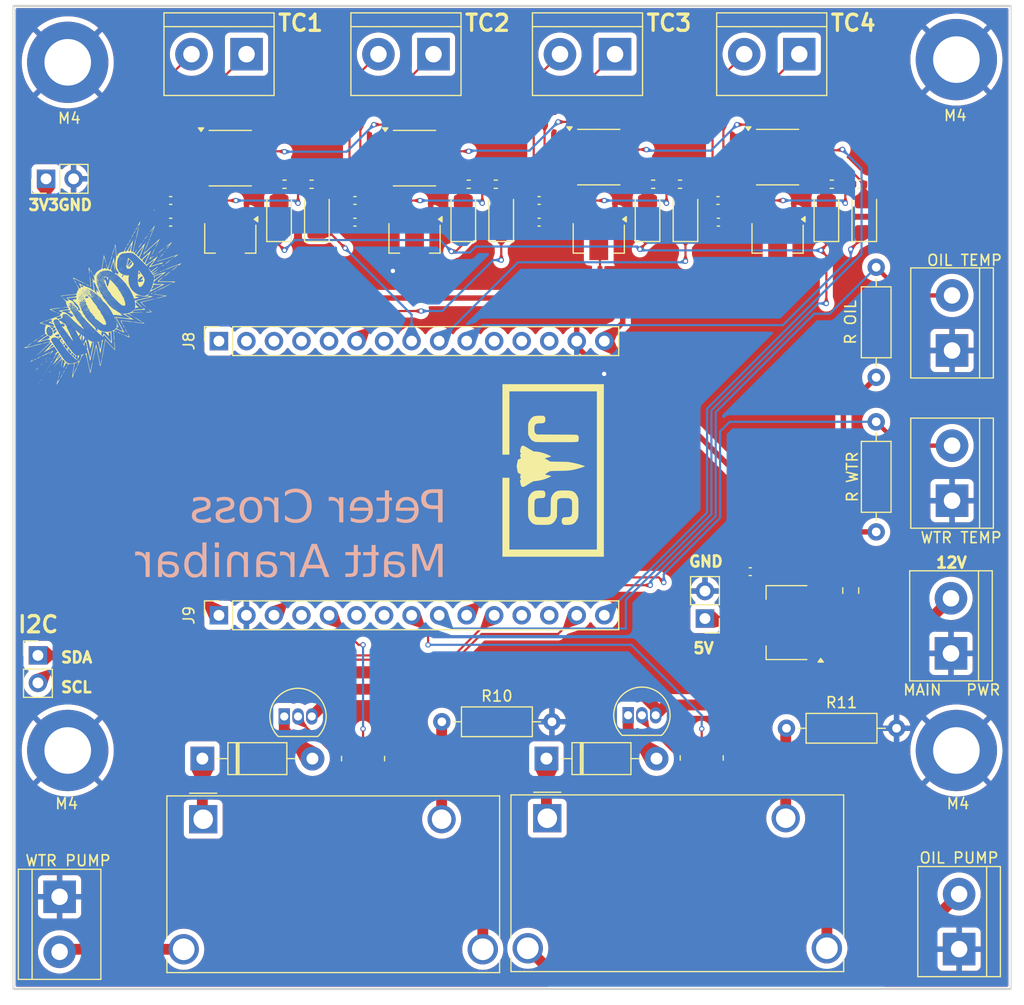
<source format=kicad_pcb>
(kicad_pcb (version 20240108) (generator "pcbnew") (generator_version "8.0")
  (layers (0 "F.Cu" signal) (31 "B.Cu" signal) (34 "B.Paste" user) (35 "F.Paste" user) (36 "B.SilkS" user "B.Silkscreen") (37 "F.SilkS" user "F.Silkscreen") (38 "B.Mask" user) (39 "F.Mask" user) (44 "Edge.Cuts" user))
  (net 0 "")
  (net 1 "GND")
  (net 2 "+12V")
  (net 3 "+5V")
  (net 4 "+3V3")
  (net 5 "Net-(U6-T-)")
  (net 6 "Net-(U6-T+)")
  (net 7 "Net-(U7-T+)")
  (net 8 "Net-(U7-T-)")
  (net 9 "Net-(U9-T-)")
  (net 10 "Net-(U9-T+)")
  (net 11 "Net-(U5-T-)")
  (net 12 "Net-(U5-T+)")
  (net 13 "Net-(D2-A)")
  (net 14 "/CS1")
  (net 15 "Net-(D3-A)")
  (net 16 "/SPI CLK")
  (net 17 "/CS2")
  (net 18 "Net-(D4-A)")
  (net 19 "/CS3")
  (net 20 "Net-(D5-A)")
  (net 21 "/CS4")
  (net 22 "Net-(D6-A)")
  (net 23 "Net-(D7-A)")
  (net 24 "/SPI Data_In")
  (net 25 "Net-(D8-A)")
  (net 26 "Net-(D9-A)")
  (net 27 "Net-(J3-Pin_2)")
  (net 28 "Net-(J4-Pin_1)")
  (net 29 "Net-(J3-Pin_1)")
  (net 30 "Net-(J5-Pin_2)")
  (net 31 "Net-(J5-Pin_1)")
  (net 32 "Net-(J6-Pin_2)")
  (net 33 "Net-(J6-Pin_1)")
  (net 34 "Net-(J4-Pin_2)")
  (net 35 "/ESP32 Headers/D14")
  (net 36 "/ESP32 Headers/D12")
  (net 37 "/ESP32 Headers/D33")
  (net 38 "/ESP32 Headers/D13")
  (net 39 "/ESP32 Headers/VP")
  (net 40 "/ESP32 Headers/VN")
  (net 41 "/SCL")
  (net 42 "/ESP32 Headers/D34")
  (net 43 "/ESP32 Headers/EN")
  (net 44 "Net-(D1-K)")
  (net 45 "Net-(D1-A)")
  (net 46 "/ESP32 Headers/RX")
  (net 47 "/SDA")
  (net 48 "/ESP32 Headers/D2")
  (net 49 "/ESP32 Headers/TX")
  (net 50 "/ESP32 Headers/RX2")
  (net 51 "/ESP32 Headers/TX2")
  (net 52 "Net-(D10-A)")
  (net 53 "Net-(D10-K)")
  (net 54 "Net-(J1-Pin_2)")
  (net 55 "Net-(J2-Pin_2)")
  (net 56 "/RELAY2")
  (net 57 "/RELAY1")
  (net 58 "Net-(Q1-B)")
  (net 59 "Net-(Q2-B)")
  (net 60 "/WtrTemp")
  (net 61 "/OilTemp")
  (net 62 "/3V3")
  (net 63 "/ESP32 Headers/D35")
  (net 64 "Net-(K3-PadA2)")
  (net 65 "Net-(K4-PadA2)")
  (footprint "TerminalBlock:TerminalBlock_bornier-2_P5.08mm" (layer "F.Cu") (at 176.6 81.34 90)
    (property "Reference" "J10" (hide yes))
    (property "Value" "Conn_01x02_Socket" (hide yes))
  )
  (footprint "Diode_SMD:D_1206_3216Metric" (layer "F.Cu") (at 117.99 69 90)
    (property "Reference" "D2" (hide yes))
    (property "Value" "1N4148" (hide yes))
  )
  (footprint "Diode_SMD:D_1206_3216Metric" (layer "F.Cu") (at 114.5 69 90)
    (property "Reference" "D3" (hide yes))
    (property "Value" "1N4148" (hide yes))
  )
  (footprint "Capacitor_SMD:C_0201_0603Metric" (layer "F.Cu") (at 140.5 69.5 -90)
    (property "Reference" "C10" (hide yes))
    (property "Value" "1uF" (hide yes))
  )
  (footprint "TerminalBlock:TerminalBlock_bornier-2_P5.08mm" (layer "F.Cu") (at 111.5 54 180)
    (property "Reference" "J3" (hide yes))
    (property "Value" "Conn_01x02_Socket" (hide yes))
  )
  (footprint "Connector_PinSocket_2.54mm:PinSocket_1x15_P2.54mm_Vertical" (layer "F.Cu") (at 108.95 105.775 90)
    (property "Reference" "J9")
    (property "Value" "Conn_01x15_Socket" (hide yes))
  )
  (footprint "Capacitor_SMD:C_0805_2012Metric" (layer "F.Cu") (at 167.25 103.5 90)
    (property "Reference" "C1" (hide yes))
    (property "Value" "10uF" (hide yes))
  )
  (footprint "Capacitor_SMD:C_0402_1005Metric" (layer "F.Cu") (at 157.98 101.75)
    (property "Reference" "C2" (hide yes))
    (property "Value" "10uF" (hide yes))
  )
  (footprint "Resistor_SMD:R_0402_1005Metric" (layer "F.Cu") (at 117.5 66 180)
    (property "Reference" "R2" (hide yes))
    (property "Value" "10K" (hide yes))
  )
  (footprint "Resistor_SMD:R_0402_1005Metric" (layer "F.Cu") (at 132 66 180)
    (property "Reference" "R7" (hide yes))
    (property "Value" "10K" (hide yes))
  )
  (footprint "Package_TO_SOT_SMD:SOT-223-3_TabPin2" (layer "F.Cu") (at 161.35 106.45 180)
    (property "Reference" "U4" (hide yes))
    (property "Value" "LD1117S50TR_SOT223" (hide yes))
  )
  (footprint "Resistor_SMD:R_0402_1005Metric" (layer "F.Cu") (at 134.5 66 180)
    (property "Reference" "R8" (hide yes))
    (property "Value" "10K" (hide yes))
  )
  (footprint "Inductor_SMD:L_0402_1005Metric" (layer "F.Cu") (at 122 59.985 -90)
    (property "Reference" "FB8" (hide yes))
    (property "Value" "FerriteBead" (hide yes))
  )
  (footprint "Resistor_SMD:R_0402_1005Metric" (layer "F.Cu") (at 165.5 66 180)
    (property "Reference" "R5" (hide yes))
    (property "Value" "10K" (hide yes))
  )
  (footprint "Inductor_SMD:L_0402_1005Metric" (layer "F.Cu") (at 139 60 -90)
    (property "Reference" "FB2" (hide yes))
    (property "Value" "FerriteBead" (hide yes))
  )
  (footprint "Capacitor_SMD:C_0402_1005Metric" (layer "F.Cu") (at 104.5 67.5 180)
    (property "Reference" "C7" (hide yes))
    (property "Value" "10uF" (hide yes))
  )
  (footprint "Diode_SMD:D_1206_3216Metric" (layer "F.Cu") (at 131.5 69 90)
    (property "Reference" "D7" (hide yes))
    (property "Value" "1N4148" (hide yes))
  )
  (footprint "Resistor_THT:R_Axial_DIN0207_L6.3mm_D2.5mm_P10.16mm_Horizontal" (layer "F.Cu") (at 169.6 98.079999 90)
    (property "Reference" "R WTR")
    (property "Value" "10K" (hide yes))
  )
  (footprint "Package_TO_SOT_SMD:SOT-89-3" (layer "F.Cu") (at 127 71 -90)
    (property "Reference" "U8" (hide yes))
    (property "Value" "AP2127R-3.3" (hide yes))
  )
  (footprint "TerminalBlock:TerminalBlock_bornier-2_P5.08mm" (layer "F.Cu") (at 176.5 109.29 90)
    (property "Reference" "J7" (hide yes))
    (property "Value" "Conn_01x02_Socket" (hide yes))
  )
  (footprint "Capacitor_SMD:C_0201_0603Metric" (layer "F.Cu") (at 110.5 73.75)
    (property "Reference" "C3" (hide yes))
    (property "Value" "1uF" (hide yes))
  )
  (footprint "Resistor_SMD:R_0815_2038Metric" (layer "F.Cu") (at 153.5 118.9375 90)
    (property "Reference" "R12" (hide yes))
    (property "Value" "4.7K" (hide yes))
  )
  (footprint "Capacitor_SMD:C_0402_1005Metric" (layer "F.Cu") (at 155.04 69.5 180)
    (property "Reference" "C16" (hide yes))
    (property "Value" "10uF" (hide yes))
  )
  (footprint "Capacitor_SMD:C_0201_0603Metric" (layer "F.Cu") (at 139 63.48 90)
    (property "Reference" "C9" (hide yes))
    (property "Value" "0.01uF" (hide yes))
  )
  (footprint "Resistor_THT:R_Axial_DIN0207_L6.3mm_D2.5mm_P10.16mm_Horizontal" (layer "F.Cu") (at 129.52 115.6)
    (property "Reference" "R10")
    (property "Value" "50K" (hide yes))
  )
  (footprint "Package_TO_SOT_SMD:SOT-89-3" (layer "F.Cu") (at 144 71 -90)
    (property "Reference" "U2" (hide yes))
    (property "Value" "AP2127R-3.3" (hide yes))
  )
  (footprint "Resistor_SMD:R_0402_1005Metric" (layer "F.Cu") (at 115 66 180)
    (property "Reference" "R3" (hide yes))
    (property "Value" "10K" (hide yes))
  )
  (footprint "Diode_SMD:D_1206_3216Metric" (layer "F.Cu") (at 148.5 69 90)
    (property "Reference" "D9" (hide yes))
    (property "Value" "1N4148" (hide yes))
  )
  (footprint "Connector_PinHeader_2.54mm:PinHeader_1x02_P2.54mm_Vertical" (layer "F.Cu") (at 153.8 106.075 180)
    (property "Reference" "J13" (hide yes))
    (property "Value" "Conn_01x02_Pin" (hide yes))
  )
  (footprint "Connector_PinHeader_2.54mm:PinHeader_1x02_P2.54mm_Vertical" (layer "F.Cu") (at 92.25 109.475)
    (property "Reference" "J12" (hide yes))
    (property "Value" "Conn_01x02_Pin" (hide yes))
  )
  (footprint "MountingHole:MountingHole_4.3mm_M4_DIN965_Pad" (layer "F.Cu") (at 177 118.25)
    (property "Reference" "H4" (hide yes))
    (property "Value" "MountingHole_Pad" (hide yes))
  )
  (footprint "Capacitor_SMD:C_0201_0603Metric" (layer "F.Cu") (at 127.5 73.75)
    (property "Reference" "C18" (hide yes))
    (property "Value" "1uF" (hide yes))
  )
  (footprint "LOGO" (layer "F.Cu") (at 98 77.5 -135)
    (property "Reference" "G***" (hide yes))
    (property "Value" "LOGO" (hide yes))
  )
  (footprint "Diode_SMD:D_1206_3216Metric" (layer "F.Cu") (at 135 69 90)
    (property "Reference" "D8" (hide yes))
    (property "Value" "1N4148" (hide yes))
  )
  (footprint "Connector_PinSocket_2.54mm:PinSocket_1x15_P2.54mm_Vertical" (layer "F.Cu") (at 108.95 80.475 90)
    (property "Reference" "J8")
    (property "Value" "Conn_01x15_Socket" (hide yes))
  )
  (footprint "Inductor_SMD:L_0402_1005Metric" (layer "F.Cu") (at 104 60.015 -90)
    (property "Reference" "FB1" (hide yes))
    (property "Value" "FerriteBead" (hide yes))
  )
  (footprint "Capacitor_SMD:C_0201_0603Metric" (layer "F.Cu") (at 161.02 73.75)
    (property "Reference" "C13" (hide yes))
    (property "Value" "1uF" (hide yes))
  )
  (footprint "Resistor_SMD:R_0402_1005Metric" (layer "F.Cu") (at 149.02 66 180)
    (property "Reference" "R9" (hide yes))
    (property "Value" "10K" (hide yes))
  )
  (footprint "Capacitor_SMD:C_0201_0603Metric" (layer "F.Cu") (at 144.43 73.75)
    (property "Reference" "C5" (hide yes))
    (property "Value" "1uF" (hide yes))
  )
  (footprint "Package_TO_SOT_SMD:SOT-89-3" (layer "F.Cu") (at 110 71 -90)
    (property "Reference" "U3" (hide yes))
    (property "Value" "AP2127R-3.3" (hide yes))
  )
  (footprint "Connector_PinHeader_2.54mm:PinHeader_1x02_P2.54mm_Vertical" (layer "F.Cu") (at 93 65.5 90)
    (property "Reference" "J14" (hide yes))
    (property "Value" "Conn_01x02_Pin" (hide yes))
  )
  (footprint "Capacitor_SMD:C_0402_1005Metric" (layer "F.Cu") (at 121.5 69.5 180)
    (property "Reference" "C21" (hide yes))
    (property "Value" "10uF" (hide yes))
  )
  (footprint "Capacitor_SMD:C_0402_1005Metric" (layer "F.Cu") (at 155 67.5 180)
    (property "Reference" "C17" (hide yes))
    (property "Value" "10uF" (hide yes))
  )
  (footprint "Capacitor_SMD:C_0201_0603Metric" (layer "F.Cu") (at 106.5 69.5 -90)
    (property "Reference" "C4" (hide yes))
    (property "Value" "1uF" (hide yes))
  )
  (footprint "Relay_THT:Relay_SPST_Panasonic_ALFG_FormA_CircularHoles" (layer "F.Cu") (at 107.5 124.5925)
    (property "Reference" "K4" (hide yes))
    (property "Value" "Panasonic_ALFG1PF12" (hide yes))
  )
  (footprint "Inductor_SMD:L_0402_1005Metric" (layer "F.Cu") (at 121 60 -90)
    (property "Reference" "FB7" (hide yes))
    (property "Value" "FerriteBead" (hide yes))
  )
  (footprint "Capacitor_SMD:C_0201_0603Metric" (layer "F.Cu") (at 105 63.5 90)
    (property "Reference" "C23" (hide yes))
    (property "Value" "0.01uF" (hide yes))
  )
  (footprint "Capacitor_SMD:C_0201_0603Metric" (layer "F.Cu") (at 122 63.48 90)
    (property "Reference" "C19" (hide yes))
    (property "Value" "0.01uF" (hide yes))
  )
  (footprint "TerminalBlock:TerminalBlock_bornier-2_P5.08mm" (layer "F.Cu") (at 162.5 54 180)
    (property "Reference" "J5" (hide yes))
    (property "Value" "Conn_01x02_Socket" (hide yes))
  )
  (footprint "Resistor_SMD:R_0402_1005Metric" (layer "F.Cu") (at 168 66 180)
    (property "Reference" "R6" (hide yes))
    (property "Value" "10K" (hide yes))
  )
  (footprint "TerminalBlock:TerminalBlock_bornier-2_P5.08mm" (layer "F.Cu") (at 128.75 54 180)
    (property "Reference" "J6" (hide yes))
    (property "Value" "Conn_01x02_Socket" (hide yes))
  )
  (footprint "Capacitor_SMD:C_0402_1005Metric" (layer "F.Cu") (at 138.5 67.5 180)
    (property "Reference" "C11" (hide yes))
    (property "Value" "10uF" (hide yes))
  )
  (footprint "MountingHole:MountingHole_4.3mm_M4_DIN965_Pad" (layer "F.Cu") (at 95 54.75)
    (property "Reference" "H1" (hide yes))
    (property "Value" "MountingHole_Pad" (hide yes))
  )
  (footprint "Capacitor_SMD:C_0402_1005Metric" (layer "F.Cu") (at 138.5 69.5 180)
    (property "Reference" "C12" (hide yes))
    (property "Value" "10uF" (hide yes))
  )
  (footprint "Diode_SMD:D_1206_3216Metric" (layer "F.Cu") (at 168.5 69 90)
    (property "Reference" "D6" (hide yes))
    (property "Value" "1N4148" (hide yes))
  )
  (footprint "MountingHole:MountingHole_4.3mm_M4_DIN965_Pad" (layer "F.Cu") (at 177 54.5)
    (property "Reference" "H2" (hide yes))
    (property "Value" "MountingHole_Pad" (hide yes))
  )
  (footprint "Package_TO_SOT_THT:TO-92_Inline" (layer "F.Cu") (at 114.98 115.11)
    (property "Reference" "Q2" (hide yes))
    (property "Value" "PN2222A" (hide yes))
  )
  (footprint "TerminalBlock:TerminalBlock_bornier-2_P5.08mm" (layer "F.Cu") (at 145.5 54 180)
    (property "Reference" "J4" (hide yes))
    (property "Value" "Conn_01x02_Socket" (hide yes))
  )
  (footprint "Package_TO_SOT_THT:TO-92_Inline" (layer "F.Cu") (at 146.71 115)
    (property "Reference" "Q1" (hide yes))
    (property "Value" "PN2222A" (hide yes))
  )
  (footprint "Resistor_THT:R_Axial_DIN0207_L6.3mm_D2.5mm_P10.16mm_Horizontal" (layer "F.Cu") (at 169.6 83.82 90)
    (property "Reference" "R OIL")
    (property "Value" "10K" (hide yes))
  )
  (footprint "TerminalBlock:TerminalBlock_bornier-2_P5.08mm" (layer "F.Cu") (at 94.25 131.75 -90)
    (property "Reference" "J2" (hide yes))
    (property "Value" "Conn_01x02_Socket" (hide yes))
  )
  (footprint "Inductor_SMD:L_0402_1005Metric" (layer "F.Cu") (at 105 60 -90)
    (property "Reference" "FB4" (hide yes))
    (property "Value" "FerriteBead" (hide yes))
  )
  (footprint "Package_SO:SOIC-8_3.9x4.9mm_P1.27mm" (layer "F.Cu") (at 127 63.595)
    (property "Reference" "U9" (hide yes))
    (property "Value" "MAX31855KASA" (hide yes))
  )
  (footprint "Diode_SMD:D_1206_3216Metric" (layer "F.Cu") (at 165 69 90)
    (property "Reference" "D5" (hide yes))
    (property "Value" "1N4148" (hide yes))
  )
  (footprint "Resistor_SMD:R_0402_1005Metric" (layer "F.Cu") (at 151.5 66 180)
    (property "Reference" "R4" (hide yes))
    (property "Value" "10K" (hide yes))
  )
  (footprint "Inductor_SMD:L_0402_1005Metric" (layer "F.Cu") (at 155.5 59.985 -90)
    (property "Reference" "FB6" (hide yes))
    (property "Value" "FerriteBead" (hide yes))
  )
  (footprint "Package_TO_SOT_SMD:SOT-89-3" (layer "F.Cu") (at 160.5 71 -90)
    (property "Reference" "U10" (hide yes))
    (property "Value" "AP2127R-3.3" (hide yes))
  )
  (footprint "Inductor_SMD:L_0402_1005Metric" (layer "F.Cu") (at 154.5 59.985 -90)
    (property "Reference" "FB5" (hide yes))
    (property "Value" "FerriteBead" (hide yes))
  )
  (footprint "Capacitor_SMD:C_0402_1005Metric" (layer "F.Cu") (at 121.5 67.5 180)
    (property "Reference" "C22" (hide yes))
    (property "Value" "10uF" (hide yes))
  )
  (footprint "Capacitor_SMD:C_0201_0603Metric" (layer "F.Cu") (at 157 69.5 -90)
    (property "Reference" "C15" (hide yes))
    (property "Value" "1uF" (hide yes))
  )
  (footprint "Relay_THT:Relay_SPST_Panasonic_ALFG_FormA_CircularHoles" (layer "F.Cu") (at 139.25 124.5)
    (property "Reference" "K3" (hide yes))
    (property "Value" "Panasonic_ALFG1PF12" (hide yes))
  )
  (footprint "Resistor_SMD:R_0815_2038Metric" (layer "F.Cu") (at 122.25 119 90)
    (property "Reference" "R1" (hide yes))
    (property "Value" "4.7K" (hide yes))
  )
  (footprint "Package_SO:SOIC-8_3.9x4.9mm_P1.27mm" (layer "F.Cu") (at 160.5 63.5)
    (property "Reference" "U7" (hide yes))
    (property "Value" "MAX31855KASA" (hide yes))
  )
  (footprint "Resistor_THT:R_Axial_DIN0207_L6.3mm_D2.5mm_P10.16mm_Horizontal" (layer "F.Cu") (at 161.32 116.2)
    (property "Reference" "R11")
    (property "Value" "50K" (hide yes))
  )
  (footprint "Diode_THT:D_DO-41_SOD81_P10.16mm_Horizontal" (layer "F.Cu") (at 139.17 119)
    (property "Reference" "D10" (hide yes))
    (property "Value" "1N4001" (hide yes))
  )
  (footprint "TerminalBlock:TerminalBlock_bornier-2_P5.08mm" (layer "F.Cu") (at 176.6 95.2 90)
    (property "Reference" "J11" (hide yes))
    (property "Value" "Conn_01x02_Socket" (hide yes))
  )
  (footprint "LOGO" (layer "F.Cu") (at 139.8 92.4 -90)
    (property "Reference" "G***" (hide yes))
    (property "Value" "LOGO" (hide yes))
  )
  (footprint "Capacitor_SMD:C_0201_0603Metric" (layer "F.Cu") (at 155.5 63.5 90)
    (property "Reference" "C14" (hide yes))
    (property "Value" "0.01uF" (hide yes))
  )
  (footprint "Package_SO:SOIC-8_3.9x4.9mm_P1.27mm" (layer "F.Cu") (at 110 63.595)
    (property "Reference" "U5" (hide yes))
    (property "Value" "MAX31855KASA" (hide yes))
  )
  (footprint "Inductor_SMD:L_0402_1005Metric" (layer "F.Cu") (at 138 60 -90)
    (property "Reference" "FB9" (hide yes))
    (property "Value" "FerriteBead" (hide yes))
  )
  (footprint "Capacitor_SMD:C_0402_1005Metric" (layer "F.Cu") (at 104.5 69.5 180)
    (property "Reference" "C6" (hide yes))
    (property "Value" "10uF" (hide yes))
  )
  (footprint "MountingHole:MountingHole_4.3mm_M4_DIN965_Pad" (layer "F.Cu") (at 95 118.25)
    (property "Reference" "H3" (hide yes))
    (property "Value" "MountingHole_Pad" (hide yes))
  )
  (footprint "Package_SO:SOIC-8_3.9x4.9mm_P1.27mm" (layer "F.Cu") (at 144 63.5)
    (property "Reference" "U6" (hide yes))
    (property "Value" "MAX31855KASA" (hide yes))
  )
  (footprint "Capacitor_SMD:C_0201_0603Metric" (layer "F.Cu") (at 123.5 69.5 -90)
    (property "Reference" "C20" (hide yes))
    (property "Value" "1uF" (hide yes))
  )
  (footprint "Diode_SMD:D_1206_3216Metric" (layer "F.Cu") (at 152 69 90)
    (property "Reference" "D4" (hide yes))
    (property "Value" "1N4148" (hide yes))
  )
  (footprint "Diode_THT:D_DO-41_SOD81_P10.16mm_Horizontal" (layer "F.Cu") (at 107.42 119)
    (property "Reference" "D1" (hide yes))
    (property "Value" "1N4001" (hide yes))
  )
  (footprint "TerminalBlock:TerminalBlock_bornier-2_P5.08mm" (layer "F.Cu") (at 177.25 136.58 90)
    (property "Reference" "J1" (hide yes))
    (property "Value" "Conn_01x02_Socket" (hide yes))
  )
  (gr_rect (start 90 49.55) (end 182 140.25) (stroke (width 0.2)) (fill none) (layer "Edge.Cuts"))
  (gr_text "Peter Cross\nMatt Aranibar" (at 130 102.75 0) (layer "B.SilkS") (effects (font (size 3 3)) (justify left bottom mirror)))
  (gr_text "M4" (at 94 60.5 0) (layer "F.SilkS") (effects (font (size 1 1)) (justify left bottom)))
  (gr_text "TC3" (at 148.25 52 0) (layer "F.SilkS") (effects (font (size 1.5 1.5) (thickness 0.3) (bold yes)) (justify left bottom)))
  (gr_text "OIL TEMP" (at 174.2 73.6 0) (layer "F.SilkS") (effects (font (size 1 1)) (justify left bottom)))
  (gr_text "SCL" (at 94.25 113 0) (layer "F.SilkS") (effects (font (size 1 1) (thickness 0.25) (bold yes)) (justify left bottom)))
  (gr_text "WTR TEMP" (at 173.6 99.2 0) (layer "F.SilkS") (effects (font (size 1 1)) (justify left bottom)))
  (gr_text "OIL PUMP" (at 173.5 128.75 0) (layer "F.SilkS") (effects (font (size 1 1)) (justify left bottom)))
  (gr_text "3V3" (at 91.25 68.5 0) (layer "F.SilkS") (effects (font (size 1 1) (thickness 0.25) (bold yes)) (justify left bottom)))
  (gr_text "5V" (at 152.6 109.4 0) (layer "F.SilkS") (effects (font (size 1 1) (thickness 0.25) (bold yes)) (justify left bottom)))
  (gr_text "MAIN   PWR" (at 172 113.25 0) (layer "F.SilkS") (effects (font (size 1 1)) (justify left bottom)))
  (gr_text "TC4" (at 165.25 52 0) (layer "F.SilkS") (effects (font (size 1.5 1.5) (thickness 0.3) (bold yes)) (justify left bottom)))
  (gr_text "SDA" (at 94.25 110.25 0) (layer "F.SilkS") (effects (font (size 1 1) (thickness 0.25) (bold yes)) (justify left bottom)))
  (gr_text "M4" (at 176 123.75 0) (layer "F.SilkS") (effects (font (size 1 1)) (justify left bottom)))
  (gr_text "GND" (at 94 68.5 0) (layer "F.SilkS") (effects (font (size 1 1) (thickness 0.25) (bold yes)) (justify left bottom)))
  (gr_text "GND" (at 152.2 101.4 0) (layer "F.SilkS") (effects (font (size 1 1) (thickness 0.25) (bold yes)) (justify left bottom)))
  (gr_text "I2C" (at 90.25 107.5 0) (layer "F.SilkS") (effects (font (size 1.5 1.5) (thickness 0.3) (bold yes)) (justify left bottom)))
  (gr_text "WTR PUMP" (at 91 129 0) (layer "F.SilkS") (effects (font (size 1 1)) (justify left bottom)))
  (gr_text "12V" (at 175 101.5 0) (layer "F.SilkS") (effects (font (size 1 1) (thickness 0.25) (bold yes)) (justify left bottom)))
  (gr_text "M4" (at 93.75 123.75 0) (layer "F.SilkS") (effects (font (size 1 1)) (justify left bottom)))
  (gr_text "TC1" (at 114.25 52 0) (layer "F.SilkS") (effects (font (size 1.5 1.5) (thickness 0.3) (bold yes)) (justify left bottom)))
  (gr_text "M4" (at 175.75 60.25 0) (layer "F.SilkS") (effects (font (size 1 1)) (justify left bottom)))
  (gr_text "TC2" (at 131.5 52 0) (layer "F.SilkS") (effects (font (size 1.5 1.5) (thickness 0.3) (bold yes)) (justify left bottom)))
  (segment (start 141.97 80.475) (end 141.97 80.97) (width 0.5) (layer "F.Cu") (net 1))
  (segment (start 141.97 80.97) (end 144.5 83.5) (width 0.5) (layer "F.Cu") (net 1))
  (via (at 144.5 83.5) (size 0.8) (drill 0.4) (layers "F.Cu" "B.Cu") (net 1))
  (via (at 125 74) (size 0.8) (drill 0.4) (layers "F.Cu" "B.Cu") (net 1))
  (segment (start 120.03 112.6) (end 117.52 115.11) (width 1) (layer "F.Cu") (net 2))
  (segment (start 150.2 114.05) (end 165 114.05) (width 1) (layer "F.Cu") (net 2))
  (segment (start 164.615 104.265) (end 164.5 104.15) (width 0.25) (layer "F.Cu") (net 2))
  (segment (start 133.3 136.5925) (end 133.3 113.6) (width 1) (layer "F.Cu") (net 2))
  (segment (start 172.1975 107.9475) (end 172.7625 107.9475) (width 1) (layer "F.Cu") (net 2))
  (segment (start 166.66 114.05) (end 172.7625 107.9475) (width 1) (layer "F.Cu") (net 2))
  (segment (start 172.7625 107.9475) (end 176.5 104.21) (width 1) (layer "F.Cu") (net 2))
  (segment (start 133.25 113.55) (end 132.3 112.6) (width 1) (layer "F.Cu") (net 2))
  (segment (start 149.25 115) (end 149.25 114.312588) (width 1) (layer "F.Cu") (net 2))
  (segment (start 134.2 112.6) (end 133.25 113.55) (width 1) (layer "F.Cu") (net 2))
  (segment (start 165.05 114.1) (end 165 114.05) (width 1) (layer "F.Cu") (net 2))
  (segment (start 149.25 114.312588) (end 147.537412 112.6) (width 1) (layer "F.Cu") (net 2))
  (segment (start 132.3 112.6) (end 120.03 112.6) (width 1) (layer "F.Cu") (net 2))
  (segment (start 165.05 136.5) (end 165.05 114.1) (width 1) (layer "F.Cu") (net 2))
  (segment (start 172.1975 107.9475) (end 168.4 104.15) (width 1) (layer "F.Cu") (net 2))
  (segment (start 133.3 113.6) (end 133.25 113.55) (width 1) (layer "F.Cu") (net 2))
  (segment (start 168.4 104.15) (end 164.5 104.15) (width 1) (layer "F.Cu") (net 2))
  (segment (start 165 114.05) (end 166.66 114.05) (width 1) (layer "F.Cu") (net 2))
  (segment (start 149.25 115) (end 150.2 114.05) (width 1) (layer "F.Cu") (net 2))
  (segment (start 147.537412 112.6) (end 134.2 112.6) (width 1) (layer "F.Cu") (net 2))
  (segment (start 154.175 106.45) (end 153.8 106.075) (width 0.5) (layer "F.Cu") (net 3))
  (segment (start 160.7 69.3375) (end 160.5 69.1375) (width 0.2) (layer "F.Cu") (net 3))
  (segment (start 166.570001 98.079999) (end 169.6 98.079999) (width 0.5) (layer "F.Cu") (net 3))
  (segment (start 157.5 101.75) (end 157.5 93.465) (width 0.5) (layer "F.Cu") (net 3))
  (segment (start 157.98 76.52) (end 157.98 76.47) (width 0.2) (layer "F.Cu") (net 3))
  (segment (start 127.18 73.75) (end 127.18 69.3175) (width 0.2) (layer "F.Cu") (net 3))
  (segment (start 144.25 76.5) (end 144.75 76.5) (width 0.5) (layer "F.Cu") (net 3))
  (segment (start 158.2 106.45) (end 166.570001 98.079999) (width 0.5) (layer "F.Cu") (net 3))
  (segment (start 158.2 106.45) (end 157.5 105.75) (width 0.5) (layer "F.Cu") (net 3))
  (segment (start 150.02 76.52) (end 150 76.5) (width 0.5) (layer "F.Cu") (net 3))
  (segment (start 146.210001 78.774999) (end 146.210001 76.5) (width 0.5) (layer "F.Cu") (net 3))
  (segment (start 127.25 76.5) (end 111.570001 76.5) (width 0.5) (layer "F.Cu") (net 3))
  (segment (start 157.5 105.75) (end 157.5 101.75) (width 0.5) (layer "F.Cu") (net 3))
  (segment (start 166.570001 86.849999) (end 169.6 83.82) (width 0.5) (layer "F.Cu") (net 3))
  (segment (start 157.98 76.47) (end 160.7 73.75) (width 0.2) (layer "F.Cu") (net 3))
  (segment (start 110.18 75.109999) (end 111.570001 76.5) (width 0.2) (layer "F.Cu") (net 3))
  (segment (start 110.18 73.75) (end 110.18 69.3175) (width 0.2) (layer "F.Cu") (net 3))
  (segment (start 144.11 73.75) (end 144.11 69.2475) (width 0.2) (layer "F.Cu") (net 3))
  (segment (start 127.18 69.3175) (end 127 69.1375) (width 0.2) (layer "F.Cu") (net 3))
  (segment (start 127.25 76.5) (end 144.25 76.5) (width 0.5) (layer "F.Cu") (net 3))
  (segment (start 127.18 76.43) (end 127.25 76.5) (width 0.2) (layer "F.Cu") (net 3))
  (segment (start 157.5 93.465) (end 144.51 80.475) (width 0.5) (layer "F.Cu") (net 3))
  (segment (start 144.11 76.36) (end 144.25 76.5) (width 0.2) (layer "F.Cu") (net 3))
  (segment (start 166.570001 98.079999) (end 166.570001 86.849999) (width 0.5) (layer "F.Cu") (net 3))
  (segment (start 144.11 73.75) (end 144.11 76.36) (width 0.2) (layer "F.Cu") (net 3))
  (segment (start 146 76.5) (end 144.75 76.5) (width 0.5) (layer "F.Cu") (net 3))
  (segment (start 158.2 106.45) (end 154.175 106.45) (width 0.5) (layer "F.Cu") (net 3))
  (segment (start 160.7 73.75) (end 160.7 69.3375) (width 0.2) (layer "F.Cu") (net 3))
  (segment (start 110.18 73.75) (end 110.18 75.109999) (width 0.2) (layer "F.Cu") (net 3))
  (segment (start 127.18 73.75) (end 127.18 76.43) (width 0.2) (layer "F.Cu") (net 3))
  (segment (start 164.5 106.45) (end 158.2 106.45) (width 0.5) (layer "F.Cu") (net 3))
  (segment (start 110.18 69.3175) (end 110 69.1375) (width 0.2) (layer "F.Cu") (net 3))
  (segment (start 150 76.5) (end 146.210001 76.5) (width 0.5) (layer "F.Cu") (net 3))
  (segment (start 150.02 76.52) (end 157.98 76.52) (width 0.5) (layer "F.Cu") (net 3))
  (segment (start 144.11 69.2475) (end 144 69.1375) (width 0.2) (layer "F.Cu") (net 3))
  (segment (start 144.51 80.475) (end 146.210001 78.774999) (width 0.5) (layer "F.Cu") (net 3))
  (segment (start 107 69.02) (end 106.02 69.02) (width 0.2) (layer "F.Cu") (net 4))
  (segment (start 116.25 66.745) (end 115.51 66.005) (width 0.2) (layer "F.Cu") (net 4))
  (segment (start 157.5 65.93) (end 158.025 65.405) (width 0.2) (layer "F.Cu") (net 4))
  (segment (start 166.75 66.74) (end 166.01 66) (width 0.2) (layer "F.Cu") (net 4))
  (segment (start 159.01 68.4) (end 159.01 69.05) (width 0.2) (layer "F.Cu") (net 4))
  (segment (start 141 69.02) (end 140.02 69.02) (width 0.2) (layer "F.Cu") (net 4))
  (segment (start 161.01 67.5) (end 159.91 67.5) (width 0.2) (layer "F.Cu") (net 4))
  (segment (start 125.5 69.05) (end 124.01 69.05) (width 0.2) (layer "F.Cu") (net 4))
  (segment (start 133.25 66.745) (end 133.99 66.005) (width 0.2) (layer "F.Cu") (net 4))
  (segment (start 140.02 69.02) (end 139.04 68.04) (width 0.2) (layer "F.Cu") (net 4))
  (segment (start 106.02 69.02) (end 105.52 69.02) (width 0.2) (layer "F.Cu") (net 4))
  (segment (start 149.53 66.03) (end 149.53 66) (width 0.2) (layer "F.Cu") (net 4))
  (segment (start 141.03 69.05) (end 141 69.02) (width 0.2) (layer "F.Cu") (net 4))
  (segment (start 124 69.04) (end 122.5 69.04) (width 0.2) (layer "F.Cu") (net 4))
  (segment (start 124 66.025) (end 124.525 65.5) (width 0.2) (layer "F.Cu") (net 4))
  (segment (start 105.52 69.02) (end 105.04 69.5) (width 0.2) (layer "F.Cu") (net 4))
  (segment (start 143.41 67.505) (end 142.51 68.405) (width 0.2) (layer "F.Cu") (net 4))
  (segment (start 141 69.02) (end 141 65.93) (width 0.2) (layer "F.Cu") (net 4))
  (segment (start 142.5 69.05) (end 141.03 69.05) (width 0.2) (layer "F.Cu") (net 4))
  (segment (start 133.25 66.745) (end 132.51 66.005) (width 0.2) (layer "F.Cu") (net 4))
  (segment (start 157.5 69.02) (end 157.5 65.93) (width 0.2) (layer "F.Cu") (net 4))
  (segment (start 107 66.025) (end 107.525 65.5) (width 0.2) (layer "F.Cu") (net 4))
  (segment (start 124 69.04) (end 123.58 69.04) (width 0.2) (layer "F.Cu") (net 4))
  (segment (start 139.52 69.02) (end 139.04 69.5) (width 0.2) (layer "F.Cu") (net 4))
  (segment (start 126.41 67.505) (end 125.51 68.405) (width 0.2) (layer "F.Cu") (net 4))
  (segment (start 159 69.05) (end 157.53 69.05) (width 0.2) (layer "F.Cu") (net 4))
  (segment (start 157.5 69.02) (end 156.06 69.02) (width 0.2) (layer "F.Cu") (net 4))
  (segment (start 166.75 67.75) (end 166.75 66.74) (width 0.2) (layer "F.Cu") (net 4))
  (segment (start 105.04 68.04) (end 105.04 67.5) (width 0.2) (layer "F.Cu") (net 4))
  (segment (start 110.51 67.505) (end 109.41 67.505) (width 0.2) (layer "F.Cu") (net 4))
  (segment (start 116.25 67.75) (end 116.25 66.745) (width 0.2) (layer "F.Cu") (net 4))
  (segment (start 122.5 69.04) (end 122.04 69.5) (width 0.2) (layer "F.Cu") (net 4))
  (segment (start 159 69.05) (end 159 69) (width 0.2) (layer "F.Cu") (net 4))
  (segment (start 124.01 69.05) (end 124 69.04) (width 0.2) (layer "F.Cu") (net 4))
  (segment (start 108.51 68.405) (end 108.51 69.055) (width 0.2) (layer "F.Cu") (net 4))
  (segment (start 144.51 67.505) (end 143.41 67.505) (width 0.2) (layer "F.Cu") (net 4))
  (segment (start 150.25 67.75) (end 150.25 66.75) (width 0.2) (layer "F.Cu") (net 4))
  (segment (start 106.02 69.02) (end 105.04 68.04) (width 0.2) (layer "F.Cu") (net 4))
  (segment (start 109.41 67.505) (end 108.51 68.405) (width 0.2) (layer "F.Cu") (net 4))
  (segment (start 141 69.02) (end 139.52 69.02) (width 0.2) (layer "F.Cu") (net 4))
  (segment (start 107 69.02) (end 107 66.025) (width 0.2) (layer "F.Cu") (net 4))
  (segment (start 157.53 69.05) (end 157.5 69.02) (width 0.2) (layer "F.Cu") (net 4))
  (segment (start 150.25 66.75) (end 149.53 66.03) (width 0.2) (layer "F.Cu") (net 4))
  (segment (start 127.51 67.505) (end 126.41 67.505) (width 0.2) (layer "F.Cu") (net 4))
  (segment (start 108.5 69.05) (end 107.03 69.05) (width 0.2) (layer "F.Cu") (net 4))
  (segment (start 141 65.93) (end 141.525 65.405) (width 0.2) (layer "F.Cu") (net 4))
  (segment (start 166.75 66.74) (end 167.49 66) (width 0.2) (layer "F.Cu") (net 4))
  (segment (start 157.06 69.02) (end 155.54 67.5) (width 0.2) (layer "F.Cu") (net 4))
  (segment (start 125.51 68.4) (end 125.51 69.05) (width 0.2) (layer "F.Cu") (net 4))
  (segment (start 159.91 67.5) (end 159.01 68.4) (width 0.2) (layer "F.Cu") (net 4))
  (segment (start 142.51 68.405) (end 142.51 69.055) (width 0.2) (layer "F.Cu") (net 4))
  (segment (start 150.25 66.75) (end 150.25 66.74) (width 0.2) (layer "F.Cu") (net 4))
  (segment (start 157.5 69.02) (end 157.06 69.02) (width 0.2) (layer "F.Cu") (net 4))
  (segment (start 150.25 66.74) (end 150.99 66) (width 0.2) (layer "F.Cu") (net 4))
  (segment (start 124 69.04) (end 124 66.025) (width 0.2) (layer "F.Cu") (net 4))
  (segment (start 107.03 69.05) (end 107 69.02) (width 0.2) (layer "F.Cu") (net 4))
  (segment (start 125.51 68.405) (end 125.51 69.055) (width 0.2) (layer "F.Cu") (net 4))
  (segment (start 139.04 68.04) (end 139.04 67.5) (width 0.2) (layer "F.Cu") (net 4))
  (segment (start 108.5 69.05) (end 108.5 68.5) (width 0.2) (layer "F.Cu") (net 4))
  (segment (start 123.58 69.04) (end 122.04 67.5) (width 0.2) (layer "F.Cu") (net 4))
  (segment (start 133.25 67.75) (end 133.25 66.745) (width 0.2) (layer "F.Cu") (net 4))
  (segment (start 116.25 66.745) (end 116.99 66.005) (width 0.2) (layer "F.Cu") (net 4))
  (segment (start 156.06 69.02) (end 155.58 69.5) (width 0.2) (layer "F.Cu") (net 4))
  (via micro (at 161.01 67.5) (size 0.5) (drill 0.3) (layers "F.Cu" "B.Cu") (net 4))
  (via micro (at 166.75 67.75) (size 0.5) (drill 0.3) (layers "F.Cu" "B.Cu") (net 4))
  (via micro (at 127.51 67.505) (size 0.5) (drill 0.3) (layers "F.Cu" "B.Cu") (net 4))
  (via micro (at 110.51 67.505) (size 0.5) (drill 0.3) (layers "F.Cu" "B.Cu") (net 4))
  (via micro (at 133.25 67.75) (size 0.5) (drill 0.3) (layers "F.Cu" "B.Cu") (net 4))
  (via micro (at 150.25 67.75) (size 0.5) (drill 0.3) (layers "F.Cu" "B.Cu") (net 4))
  (via micro (at 116.25 67.75) (size 0.5) (drill 0.3) (layers "F.Cu" "B.Cu") (net 4))
  (via micro (at 144.51 67.505) (size 0.5) (drill 0.3) (layers "F.Cu" "B.Cu") (net 4))
  (segment (start 116.005 67.505) (end 116.25 67.75) (width 0.2) (layer "B.Cu") (net 4))
  (segment (start 150.005 67.505) (end 150.25 67.75) (width 0.2) (layer "B.Cu") (net 4))
  (segment (start 127.51 67.505) (end 133.005 67.505) (width 0.2) (layer "B.Cu") (net 4))
  (segment (start 166.5 67.5) (end 166.75 67.75) (width 0.2) (layer "B.Cu") (net 4))
  (segment (start 110.51 67.505) (end 116.005 67.505) (width 0.2) (layer "B.Cu") (net 4))
  (segment (start 133.005 67.505) (end 133.25 67.75) (width 0.2) (layer "B.Cu") (net 4))
  (segment (start 144.51 67.505) (end 150.005 67.505) (width 0.2) (layer "B.Cu") (net 4))
  (segment (start 161.01 67.5) (end 166.5 67.5) (width 0.2) (layer "B.Cu") (net 4))
  (segment (start 139 63) (end 139 60.485) (width 0.2) (layer "F.Cu") (net 5))
  (segment (start 139.135 62.865) (end 139 63) (width 0.2) (layer "F.Cu") (net 5))
  (segment (start 141.525 62.865) (end 139.135 62.865) (width 0.2) (layer "F.Cu") (net 5))
  (segment (start 139.175 64.135) (end 139 63.96) (width 0.2) (layer "F.Cu") (net 6))
  (segment (start 138.140001 63.8) (end 139 63.8) (width 0.2) (layer "F.Cu") (net 6))
  (segment (start 138 63.659999) (end 138 60.485) (width 0.2) (layer "F.Cu") (net 6))
  (segment (start 138 63.659999) (end 138.140001 63.8) (width 0.2) (layer "F.Cu") (net 6))
  (segment (start 139.115 64.135) (end 139 64.02) (width 0.2) (layer "F.Cu") (net 6))
  (segment (start 141.525 64.135) (end 139.115 64.135) (width 0.2) (layer "F.Cu") (net 6))
  (segment (start 155.655 64.135) (end 155.5 63.98) (width 0.25) (layer "F.Cu") (net 7))
  (segment (start 155.595 64.135) (end 155.5 64.04) (width 0.2) (layer "F.Cu") (net 7))
  (segment (start 154.5 63.679999) (end 154.5 60.47) (width 0.2) (layer "F.Cu") (net 7))
  (segment (start 154.640001 63.82) (end 155.5 63.82) (width 0.2) (layer "F.Cu") (net 7))
  (segment (start 154.5 63.679999) (end 154.640001 63.82) (width 0.2) (layer "F.Cu") (net 7))
  (segment (start 158.025 64.135) (end 155.595 64.135) (width 0.2) (layer "F.Cu") (net 7))
  (segment (start 158.025 62.865) (end 155.655 62.865) (width 0.2) (layer "F.Cu") (net 8))
  (segment (start 155.655 62.865) (end 155.5 63.02) (width 0.2) (layer "F.Cu") (net 8))
  (segment (start 155.5 63.02) (end 155.5 60.47) (width 0.2) (layer "F.Cu") (net 8))
  (segment (start 122.04 62.96) (end 122 63) (width 0.2) (layer "F.Cu") (net 9))
  (segment (start 124.525 62.96) (end 122.04 62.96) (width 0.2) (layer "F.Cu") (net 9))
  (segment (start 122 63) (end 122 60.47) (width 0.2) (layer "F.Cu") (net 9))
  (segment (start 124.525 64.23) (end 122.21 64.23) (width 0.2) (layer "F.Cu") (net 10))
  (segment (start 121 63.659999) (end 121 60.485) (width 0.2) (layer "F.Cu") (net 10))
  (segment (start 121 63.659999) (end 121.140001 63.8) (width 0.2) (layer "F.Cu") (net 10))
  (segment (start 122.21 64.23) (end 122 64.02) (width 0.2) (layer "F.Cu") (net 10))
  (segment (start 121.140001 63.8) (end 122 63.8) (width 0.2) (layer "F.Cu") (net 10))
  (segment (start 105.06 62.96) (end 105 63.02) (width 0.2) (layer "F.Cu") (net 11))
  (segment (start 107.525 62.96) (end 105.06 62.96) (width 0.2) (layer "F.Cu") (net 11))
  (segment (start 105 63.02) (end 105 60.485) (width 0.2) (layer "F.Cu") (net 11))
  (segment (start 107.525 64.23) (end 105.19 64.23) (width 0.2) (layer "F.Cu") (net 12))
  (segment (start 104.557816 63.82) (end 105 63.82) (width 0.2) (layer "F.Cu") (net 12))
  (segment (start 105.19 64.23) (end 105 64.04) (width 0.2) (layer "F.Cu") (net 12))
  (segment (start 104 63.262184) (end 104 60.5) (width 0.2) (layer "F.Cu") (net 12))
  (segment (start 104 63.262184) (end 104.557816 63.82) (width 0.2) (layer "F.Cu") (net 12))
  (segment (start 112.475 64.23) (end 116.24 64.23) (width 0.2) (layer "F.Cu") (net 13))
  (segment (start 116.24 64.23) (end 118.01 66) (width 0.2) (layer "F.Cu") (net 13))
  (segment (start 118.01 67.58) (end 117.99 67.6) (width 0.2) (layer "F.Cu") (net 13))
  (segment (start 118.01 66) (end 118.01 67.58) (width 0.2) (layer "F.Cu") (net 13))
  (segment (start 119.1 70.4) (end 117.99 70.4) (width 0.2) (layer "F.Cu") (net 14))
  (segment (start 120.6 71.9) (end 119.1 70.4) (width 0.2) (layer "F.Cu") (net 14))
  (via micro (at 120.6 71.9) (size 0.5) (drill 0.3) (layers "F.Cu" "B.Cu") (net 14))
  (segment (start 120.6 71.9) (end 126.73 78.03) (width 0.2) (layer "B.Cu") (net 14))
  (segment (start 126.73 78.03) (end 126.73 80.475) (width 0.2) (layer "B.Cu") (net 14))
  (segment (start 114.49 67.59) (end 114.5 67.6) (width 0.2) (layer "F.Cu") (net 15))
  (segment (start 114.49 66) (end 114.49 67.59) (width 0.2) (layer "F.Cu") (net 15))
  (segment (start 113.99 65.5) (end 114.49 66) (width 0.2) (layer "F.Cu") (net 15))
  (segment (start 112.475 65.5) (end 113.99 65.5) (width 0.2) (layer "F.Cu") (net 15))
  (segment (start 165 72.6) (end 165 77) (width 0.2) (layer "F.Cu") (net 16))
  (segment (start 164.5 72.1) (end 165 71.6) (width 0.2) (layer "F.Cu") (net 16))
  (segment (start 114.5 70.4) (end 114.5 71.6) (width 0.2) (layer "F.Cu") (net 16))
  (segment (start 165 71.6) (end 165 70.4) (width 0.2) (layer "F.Cu") (net 16))
  (segment (start 130.8 72.2) (end 131.5 71.5) (width 0.2) (layer "F.Cu") (net 16))
  (segment (start 131.5 71.5) (end 131.5 70.4) (width 0.2) (layer "F.Cu") (net 16))
  (segment (start 130.4 72.2) (end 130.8 72.2) (width 0.2) (layer "F.Cu") (net 16))
  (segment (start 114.5 71.6) (end 115 72.1) (width 0.2) (layer "F.Cu") (net 16))
  (segment (start 164.5 72.1) (end 165 72.6) (width 0.2) (layer "F.Cu") (net 16))
  (segment (start 148.5 70.4) (end 148.5 71.3) (width 0.2) (layer "F.Cu") (net 16))
  (segment (start 148.5 71.3) (end 147.8 72) (width 0.2) (layer "F.Cu") (net 16))
  (via micro (at 164.5 72.1) (size 0.5) (drill 0.3) (layers "F.Cu" "B.Cu") (net 16))
  (via micro (at 147.8 72) (size 0.5) (drill 0.3) (layers "F.Cu" "B.Cu") (net 16))
  (via micro (at 130.4 72.2) (size 0.5) (drill 0.3) (layers "F.Cu" "B.Cu") (net 16))
  (via micro (at 165 77) (size 0.5) (drill 0.3) (layers "F.Cu" "B.Cu") (net 16))
  (via micro (at 115 72.1) (size 0.5) (drill 0.3) (layers "F.Cu" "B.Cu") (net 16))
  (segment (start 115 72.1) (end 115.95 71.15) (width 0.2) (layer "B.Cu") (net 16))
  (segment (start 115.95 71.15) (end 129.35 71.15) (width 0.2) (layer "B.Cu") (net 16))
  (segment (start 132.65 71.75) (end 132.1 72.3) (width 0.2) (layer "B.Cu") (net 16))
  (segment (start 165 77) (end 164.265686 77) (width 0.2) (layer "B.Cu") (net 16))
  (segment (start 129.95 71.75) (end 130.4 72.2) (width 0.2) (layer "B.Cu") (net 16))
  (segment (start 130.495 107) (end 129.27 105.775) (width 0.2) (layer "B.Cu") (net 16))
  (segment (start 164.265686 77) (end 154.3925 86.873186) (width 0.2) (layer "B.Cu") (net 16))
  (segment (start 147.8 72) (end 147.55 71.75) (width 0.2) (layer "B.Cu") (net 16))
  (segment (start 154.3925 96.458186) (end 146.5 104.350686) (width 0.2) (layer "B.Cu") (net 16))
  (segment (start 164.5 72.1) (end 147.9 72.1) (width 0.2) (layer "B.Cu") (net 16))
  (segment (start 146.5 107) (end 130.495 107) (width 0.2) (layer "B.Cu") (net 16))
  (segment (start 147.9 72.1) (end 147.8 72) (width 0.2) (layer "B.Cu") (net 16))
  (segment (start 132.1 72.3) (end 130.5 72.3) (width 0.2) (layer "B.Cu") (net 16))
  (segment (start 130.5 72.3) (end 129.95 71.75) (width 0.2) (layer "B.Cu") (net 16))
  (segment (start 146.5 104.350686) (end 146.5 107) (width 0.2) (layer "B.Cu") (net 16))
  (segment (start 154.3925 86.873186) (end 154.3925 96.458186) (width 0.2) (layer "B.Cu") (net 16))
  (segment (start 147.55 71.75) (end 132.65 71.75) (width 0.2) (layer "B.Cu") (net 16))
  (segment (start 129.35 71.15) (end 129.95 71.75) (width 0.2) (layer "B.Cu") (net 16))
  (segment (start 152 73.1) (end 152 70.4) (width 0.2) (layer "F.Cu") (net 17))
  (via micro (at 152 73.1) (size 0.5) (drill 0.3) (layers "F.Cu" "B.Cu") (net 17))
  (segment (start 136.545 73.2) (end 129.27 80.475) (width 0.2) (layer "B.Cu") (net 17))
  (segment (start 152 73.1) (end 151.9 73.2) (width 0.2) (layer "B.Cu") (net 17))
  (segment (start 151.9 73.2) (end 136.545 73.2) (width 0.2) (layer "B.Cu") (net 17))
  (segment (start 150.145 64.135) (end 146.475 64.135) (width 0.2) (layer "F.Cu") (net 18))
  (segment (start 152.01 67.59) (end 152 67.6) (width 0.2) (layer "F.Cu") (net 18))
  (segment (start 152.01 66) (end 150.145 64.135) (width 0.2) (layer "F.Cu") (net 18))
  (segment (start 152.01 66) (end 152.01 67.59) (width 0.2) (layer "F.Cu") (net 18))
  (segment (start 168.5 70.75) (end 168.5 70.4) (width 0.2) (layer "F.Cu") (net 19))
  (segment (start 167.25 72) (end 168.5 70.75) (width 0.2) (layer "F.Cu") (net 19))
  (via micro (at 167.25 72) (size 0.5) (drill 0.3) (layers "F.Cu" "B.Cu") (net 19))
  (segment (start 161 79) (end 133.285 79) (width 0.2) (layer "B.Cu") (net 19))
  (segment (start 167.25 72.75) (end 161 79) (width 0.2) (layer "B.Cu") (net 19))
  (segment (start 167.25 72) (end 167.25 72.75) (width 0.2) (layer "B.Cu") (net 19))
  (segment (start 133.285 79) (end 131.81 80.475) (width 0.2) (layer "B.Cu") (net 19))
  (segment (start 165 67.6) (end 165 66.01) (width 0.2) (layer "F.Cu") (net 20))
  (segment (start 165 66.01) (end 164.99 66) (width 0.2) (layer "F.Cu") (net 20))
  (segment (start 164.395 65.405) (end 164.99 66) (width 0.2) (layer "F.Cu") (net 20))
  (segment (start 162.975 65.405) (end 164.395 65.405) (width 0.2) (layer "F.Cu") (net 20))
  (segment (start 127.6 77.7) (end 124.425 77.7) (width 0.2) (layer "F.Cu") (net 21))
  (segment (start 135 73) (end 135 70.4) (width 0.2) (layer "F.Cu") (net 21))
  (segment (start 124.425 77.7) (end 121.65 80.475) (width 0.2) (layer "F.Cu") (net 21))
  (via micro (at 127.6 77.7) (size 0.5) (drill 0.3) (layers "F.Cu" "B.Cu") (net 21))
  (via micro (at 135 73) (size 0.5) (drill 0.3) (layers "F.Cu" "B.Cu") (net 21))
  (segment (start 134.25 73) (end 129.55 77.7) (width 0.2) (layer "B.Cu") (net 21))
  (segment (start 129.55 77.7) (end 127.6 77.7) (width 0.2) (layer "B.Cu") (net 21))
  (segment (start 135 73) (end 134.25 73) (width 0.2) (layer "B.Cu") (net 21))
  (segment (start 166.645 64.135) (end 162.975 64.135) (width 0.2) (layer "F.Cu") (net 22))
  (segment (start 168.51 66) (end 166.645 64.135) (width 0.2) (layer "F.Cu") (net 22))
  (segment (start 168.5 66.01) (end 168.51 66) (width 0.2) (layer "F.Cu") (net 22))
  (segment (start 168.5 67.6) (end 168.5 66.01) (width 0.2) (layer "F.Cu") (net 22))
  (segment (start 131.49 66) (end 131.49 67.59) (width 0.2) (layer "F.Cu") (net 23))
  (segment (start 130.99 65.5) (end 131.49 66) (width 0.2) (layer "F.Cu") (net 23))
  (segment (start 131.49 67.59) (end 131.5 67.6) (width 0.2) (layer "F.Cu") (net 23))
  (segment (start 129.475 65.5) (end 130.99 65.5) (width 0.2) (layer "F.Cu") (net 23))
  (segment (start 112.475 62.96) (end 114.96 62.96) (width 0.2) (layer "F.Cu") (net 24))
  (segment (start 146.54 62.8) (end 146.475 62.865) (width 0.2) (layer "F.Cu") (net 24))
  (segment (start 156.75 60.5) (end 161.25 60.5) (width 0.2) (layer "F.Cu") (net 24))
  (segment (start 144.75 60.25) (end 144.75 61.485552) (width 0.2) (layer "F.Cu") (net 24))
  (segment (start 127.5 61.330552) (end 129.129448 62.96) (width 0.2) (layer "F.Cu") (net 24))
  (segment (start 132 62.96) (end 129.475 62.96) (width 0.2) (layer "F.Cu") (net 24))
  (segment (start 162.629448 62.865) (end 162.975 62.865) (width 0.2) (layer "F.Cu") (net 24))
  (segment (start 166.408179 62.865) (end 162.975 62.865) (width 0.2) (layer "F.Cu") (net 24))
  (segment (start 129.129448 62.96) (end 129.475 62.96) (width 0.2) (layer "F.Cu") (net 24))
  (segment (start 161.25 61.485552) (end 162.629448 62.865) (width 0.2) (layer "F.Cu") (net 24))
  (segment (start 148.4 62.8) (end 146.54 62.8) (width 0.2) (layer "F.Cu") (net 24))
  (segment (start 123.25 60.5) (end 127.5 60.5) (width 0.2) (layer "F.Cu") (net 24))
  (segment (start 144.75 61.485552) (end 146.129448 62.865) (width 0.2) (layer "F.Cu") (net 24))
  (segment (start 127.5 60.5) (end 127.5 61.330552) (width 0.2) (layer "F.Cu") (net 24))
  (segment (start 146.129448 62.865) (end 146.475 62.865) (width 0.2) (layer "F.Cu") (net 24))
  (segment (start 140.25 60.25) (end 144.75 60.25) (width 0.2) (layer "F.Cu") (net 24))
  (segment (start 114.96 62.96) (end 115 63) (width 0.2) (layer "F.Cu") (net 24))
  (segment (start 166.484476 62.788703) (end 166.408179 62.865) (width 0.2) (layer "F.Cu") (net 24))
  (segment (start 161.25 60.5) (end 161.25 61.485552) (width 0.2) (layer "F.Cu") (net 24))
  (via micro (at 123.25 60.5) (size 0.5) (drill 0.3) (layers "F.Cu" "B.Cu") (net 24))
  (via micro (at 140.25 60.25) (size 0.5) (drill 0.3) (layers "F.Cu" "B.Cu") (net 24))
  (via micro (at 132 62.96) (size 0.5) (drill 0.3) (layers "F.Cu" "B.Cu") (net 24))
  (via micro (at 156.75 60.5) (size 0.5) (drill 0.3) (layers "F.Cu" "B.Cu") (net 24))
  (via micro (at 148.4 62.8) (size 0.5) (drill 0.3) (layers "F.Cu" "B.Cu") (net 24))
  (via micro (at 115 63) (size 0.5) (drill 0.3) (layers "F.Cu" "B.Cu") (net 24))
  (via micro (at 166.484476 62.788703) (size 0.5) (drill 0.3) (layers "F.Cu" "B.Cu") (net 24))
  (segment (start 156.75 60.5) (end 154.35 62.9) (width 0.2) (layer "B.Cu") (net 24))
  (segment (start 132.06 62.9) (end 137.6 62.9) (width 0.2) (layer "B.Cu") (net 24))
  (segment (start 120.75 63) (end 115 63) (width 0.2) (layer "B.Cu") (net 24))
  (segment (start 168.25 72.45) (end 153.9925 86.7075) (width 0.2) (layer "B.Cu") (net 24))
  (segment (start 154.35 62.9) (end 148.5 62.9) (width 0.2) (layer "B.Cu") (net 24))
  (segment (start 132 62.96) (end 132.06 62.9) (width 0.2) (layer "B.Cu") (net 24))
  (segment (start 168.25 64.554227) (end 168.25 72.45) (width 0.2) (layer "B.Cu") (net 24))
  (segment (start 137.6 62.9) (end 140.25 60.25) (width 0.2) (layer "B.Cu") (net 24))
  (segment (start 153.9925 96.2925) (end 144.51 105.775) (width 0.2) (layer "B.Cu") (net 24))
  (segment (start 123.25 60.5) (end 120.75 63) (width 0.2) (layer "B.Cu") (net 24))
  (segment (start 148.5 62.9) (end 148.4 62.8) (width 0.2) (layer "B.Cu") (net 24))
  (segment (start 153.9925 86.7075) (end 153.9925 96.2925) (width 0.2) (layer "B.Cu") (net 24))
  (segment (start 166.484476 62.788703) (end 168.25 64.554227) (width 0.2) (layer "B.Cu") (net 24))
  (segment (start 133.24 64.23) (end 135.01 66) (width 0.2) (layer "F.Cu") (net 25))
  (segment (start 129.475 64.23) (end 133.24 64.23) (width 0.2) (layer "F.Cu") (net 25))
  (segment (start 135.01 66) (end 135.01 67.59) (width 0.2) (layer "F.Cu") (net 25))
  (segment (start 135.01 67.59) (end 135 67.6) (width 0.2) (layer "F.Cu") (net 25))
  (segment (start 147.915 65.405) (end 148.51 66) (width 0.2) (layer "F.Cu") (net 26))
  (segment (start 148.51 67.59) (end 148.5 67.6) (width 0.2) (layer "F.Cu") (net 26))
  (segment (start 147.915 65.405) (end 146.475 65.405) (width 0.2) (layer "F.Cu") (net 26))
  (segment (start 148.51 66) (end 148.51 67.59) (width 0.2) (layer "F.Cu") (net 26))
  (segment (start 104 56.42) (end 106.42 54) (width 0.2) (layer "F.Cu") (net 27))
  (segment (start 104 59.53) (end 104 56.42) (width 0.2) (layer "F.Cu") (net 27))
  (segment (start 139.985 59.515) (end 145.5 54) (width 0.2) (layer "F.Cu") (net 28))
  (segment (start 139 59.515) (end 139.985 59.515) (width 0.2) (layer "F.Cu") (net 28))
  (segment (start 105 59.515) (end 105.985 59.515) (width 0.2) (layer "F.Cu") (net 29))
  (segment (start 105.985 59.515) (end 111.5 54) (width 0.2) (layer "F.Cu") (net 29))
  (segment (start 154.5 56.92) (end 157.42 54) (width 0.2) (layer "F.Cu") (net 30))
  (segment (start 154.5 59.5) (end 154.5 56.92) (width 0.2) (layer "F.Cu") (net 30))
  (segment (start 157 59.5) (end 162.5 54) (width 0.2) (layer "F.Cu") (net 31))
  (segment (start 155.5 59.5) (end 157 59.5) (width 0.2) (layer "F.Cu") (net 31))
  (segment (start 121 56.67) (end 123.67 54) (width 0.2) (layer "F.Cu") (net 32))
  (segment (start 121 59.515) (end 121 56.67) (width 0.2) (layer "F.Cu") (net 32))
  (segment (start 122 59.5) (end 123.25 59.5) (width 0.2) (layer "F.Cu") (net 33))
  (segment (start 123.25 59.5) (end 128.75 54) (width 0.2) (layer "F.Cu") (net 33))
  (segment (start 138 59.515) (end 138 56.42) (width 0.2) (layer "F.Cu") (net 34))
  (segment (start 138 56.42) (end 140.42 54) (width 0.2) (layer "F.Cu") (net 34))
  (segment (start 130.815686 109.875) (end 133.190686 107.5) (width 0.2) (layer "F.Cu") (net 41))
  (segment (start 133.190686 107.5) (end 140.245 107.5) (width 0.2) (layer "F.Cu") (net 41))
  (segment (start 140.245 107.5) (end 141.97 105.775) (width 0.2) (layer "F.Cu") (net 41))
  (segment (start 94.39 109.875) (end 130.815686 109.875) (width 0.2) (layer "F.Cu") (net 41))
  (segment (start 92.25 112.015) (end 94.39 109.875) (width 0.2) (layer "F.Cu") (net 41))
  (segment (start 107.42 124.5125) (end 107.5 124.5925) (width 1) (layer "F.Cu") (net 44))
  (segment (start 107.42 119) (end 107.42 124.5125) (width 1) (layer "F.Cu") (net 44))
  (segment (start 114.98 116.4) (end 117.58 119) (width 1) (layer "F.Cu") (net 45))
  (segment (start 114.98 115.11) (end 114.98 116.4) (width 1) (layer "F.Cu") (net 45))
  (segment (start 130.65 109.475) (end 134.35 105.775) (width 0.2) (layer "F.Cu") (net 47))
  (segment (start 92.25 109.475) (end 130.65 109.475) (width 0.2) (layer "F.Cu") (net 47))
  (segment (start 146.71 116.38) (end 146.71 115) (width 1) (layer "F.Cu") (net 52))
  (segment (start 149.33 119) (end 146.71 116.38) (width 1) (layer "F.Cu") (net 52))
  (segment (start 139.17 124.42) (end 139.25 124.5) (width 1) (layer "F.Cu") (net 53))
  (segment (start 139.17 119) (end 139.17 124.42) (width 1) (layer "F.Cu") (net 53))
  (segment (start 169.5 139.25) (end 177.25 131.5) (width 1) (layer "F.Cu") (net 54))
  (segment (start 140.2 139.25) (end 169.5 139.25) (width 1) (layer "F.Cu") (net 54))
  (segment (start 137.45 136.5) (end 140.2 139.25) (width 1) (layer "F.Cu") (net 54))
  (segment (start 94.4875 136.5925) (end 94.25 136.83) (width 1) (layer "F.Cu") (net 55))
  (segment (start 105.7 136.5925) (end 94.4875 136.5925) (width 1) (layer "F.Cu") (net 55))
  (segment (start 126.73 105.775) (end 128.25 107.295) (width 0.2) (layer "F.Cu") (net 56))
  (segment (start 153.5 116.25) (end 153.5 118) (width 0.2) (layer "F.Cu") (net 56))
  (segment (start 128.25 107.295) (end 128.25 108.5) (width 0.2) (layer "F.Cu") (net 56))
  (via micro (at 153.5 116.25) (size 0.5) (drill 0.3) (layers "F.Cu" "B.Cu") (net 56))
  (via micro (at 128.25 108.5) (size 0.5) (drill 0.3) (layers "F.Cu" "B.Cu") (net 56))
  (segment (start 153.5 116.25) (end 153.5 115) (width 0.2) (layer "B.Cu") (net 56))
  (segment (start 147 108.5) (end 128.25 108.5) (width 0.2) (layer "B.Cu") (net 56))
  (segment (start 153.5 115) (end 147 108.5) (width 0.2) (layer "B.Cu") (net 56))
  (segment (start 119.11 105.775) (end 121.835 108.5) (width 0.2) (layer "F.Cu") (net 57))
  (segment (start 122.25 116.25) (end 122.25 118.0625) (width 0.2) (layer "F.Cu") (net 57))
  (segment (start 121.835 108.5) (end 122.25 108.5) (width 0.2) (layer "F.Cu") (net 57))
  (via micro (at 122.25 116.25) (size 0.5) (drill 0.3) (layers "F.Cu" "B.Cu") (net 57))
  (via micro (at 122.25 108.5) (size 0.5) (drill 0.3) (layers "F.Cu" "B.Cu") (net 57))
  (segment (start 122.25 108.5) (end 122.25 116.25) (width 0.2) (layer "B.Cu") (net 57))
  (segment (start 147.98 115.48) (end 147.98 115) (width 0.2) (layer "F.Cu") (net 58))
  (segment (start 152.375 119.875) (end 147.98 115.48) (width 0.2) (layer "F.Cu") (net 58))
  (segment (start 153.5 119.875) (end 152.375 119.875) (width 0.2) (layer "F.Cu") (net 58))
  (segment (start 120.8525 119.9375) (end 116.25 115.335) (width 0.2) (layer "F.Cu") (net 59))
  (segment (start 116.25 115.335) (end 116.25 115.11) (width 0.2) (layer "F.Cu") (net 59))
  (segment (start 122.25 119.9375) (end 120.8525 119.9375) (width 0.2) (layer "F.Cu") (net 59))
  (segment (start 176.6 90.12) (end 171.800001 90.12) (width 0.4) (layer "F.Cu") (net 60))
  (segment (start 117.528615 102.276385) (end 114.03 105.775) (width 0.2) (layer "F.Cu") (net 60))
  (segment (start 171.800001 90.12) (end 169.6 87.919999) (width 0.4) (layer "F.Cu") (net 60))
  (segment (start 149.526385 102.276385) (end 117.528615 102.276385) (width 0.2) (layer "F.Cu") (net 60))
  (segment (start 150 102.75) (end 149.526385 102.276385) (width 0.2) (layer "F.Cu") (net 60))
  (via micro (at 150 102.75) (size 0.5) (drill 0.3) (layers "F.Cu" "B.Cu") (net 60))
  (segment (start 155.1925 88.8075) (end 156.080001 87.919999) (width 0.2) (layer "B.Cu") (net 60))
  (segment (start 150 101.982058) (end 155.1925 96.789557) (width 0.2) (layer "B.Cu") (net 60))
  (segment (start 150 102.75) (end 150 101.982058) (width 0.2) (layer "B.Cu") (net 60))
  (segment (start 156.080001 87.919999) (end 169.6 87.919999) (width 0.2) (layer "B.Cu") (net 60))
  (segment (start 155.1925 96.789557) (end 155.1925 88.8075) (width 0.2) (layer "B.Cu") (net 60))
  (segment (start 134.585 103) (end 131.81 105.775) (width 0.2) (layer "F.Cu") (net 61))
  (segment (start 148.75 103) (end 134.585 103) (width 0.2) (layer "F.Cu") (net 61))
  (segment (start 172.2 76.26) (end 169.6 73.66) (width 0.4) (layer "F.Cu") (net 61))
  (segment (start 176.6 76.26) (end 172.2 76.26) (width 0.4) (layer "F.Cu") (net 61))
  (via micro (at 148.75 103) (size 0.5) (drill 0.3) (layers "F.Cu" "B.Cu") (net 61))
  (segment (start 154.7925 96.623872) (end 154.7925 87.038872) (width 0.2) (layer "B.Cu") (net 61))
  (segment (start 148.75 103) (end 148.75 102.666372) (width 0.2) (layer "B.Cu") (net 61))
  (segment (start 165.31 77.95) (end 169.6 73.66) (width 0.2) (layer "B.Cu") (net 61))
  (segment (start 148.75 102.666372) (end 154.7925 96.623872) (width 0.2) (layer "B.Cu") (net 61))
  (segment (start 154.7925 87.038872) (end 163.881372 77.95) (width 0.2) (layer "B.Cu") (net 61))
  (segment (start 163.881372 77.95) (end 165.31 77.95) (width 0.2) (layer "B.Cu") (net 61))
  (segment (start 93 89.825) (end 93 65.5) (width 0.4) (layer "F.Cu") (net 62))
  (segment (start 108.95 105.775) (end 93 89.825) (width 0.4) (layer "F.Cu") (net 62))
  (segment (start 161.25 116.27) (end 161.32 116.2) (width 1) (layer "F.Cu") (net 64))
  (segment (start 161.25 124.5) (end 161.25 116.27) (width 1) (layer "F.Cu") (net 64))
  (segment (start 129.5 115.62) (end 129.52 115.6) (width 1) (layer "F.Cu") (net 65))
  (segment (start 129.5 124.5925) (end 129.5 115.62) (width 1) (layer "F.Cu") (net 65))
  (zone (net 1) (net_name "GND") (layers "F&B.Cu") (connect_pads (clearance 0.5)) (min_thickness 0.25) (fill yes (thermal_gap 0.5) (thermal_bridge_width 0.5))
    (polygon (pts (xy 183 141.25) (xy 183.25 49) (xy 89.25 49.25) (xy 88.75 141.75)))
  )
)
</source>
